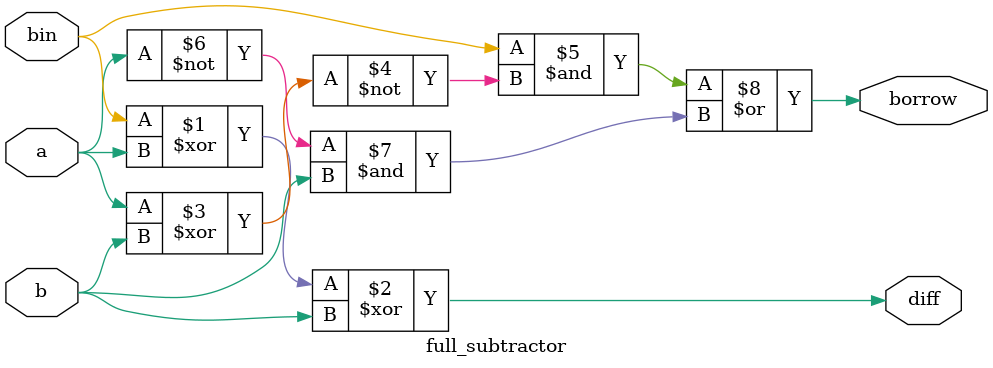
<source format=v>
`timescale 1ns / 1ps


module full_subtractor(
input a,b,bin,
    output diff,borrow

    );
    assign diff=bin^a^b;
    assign borrow=bin&(~(a^b))|(~a)&b;
endmodule

</source>
